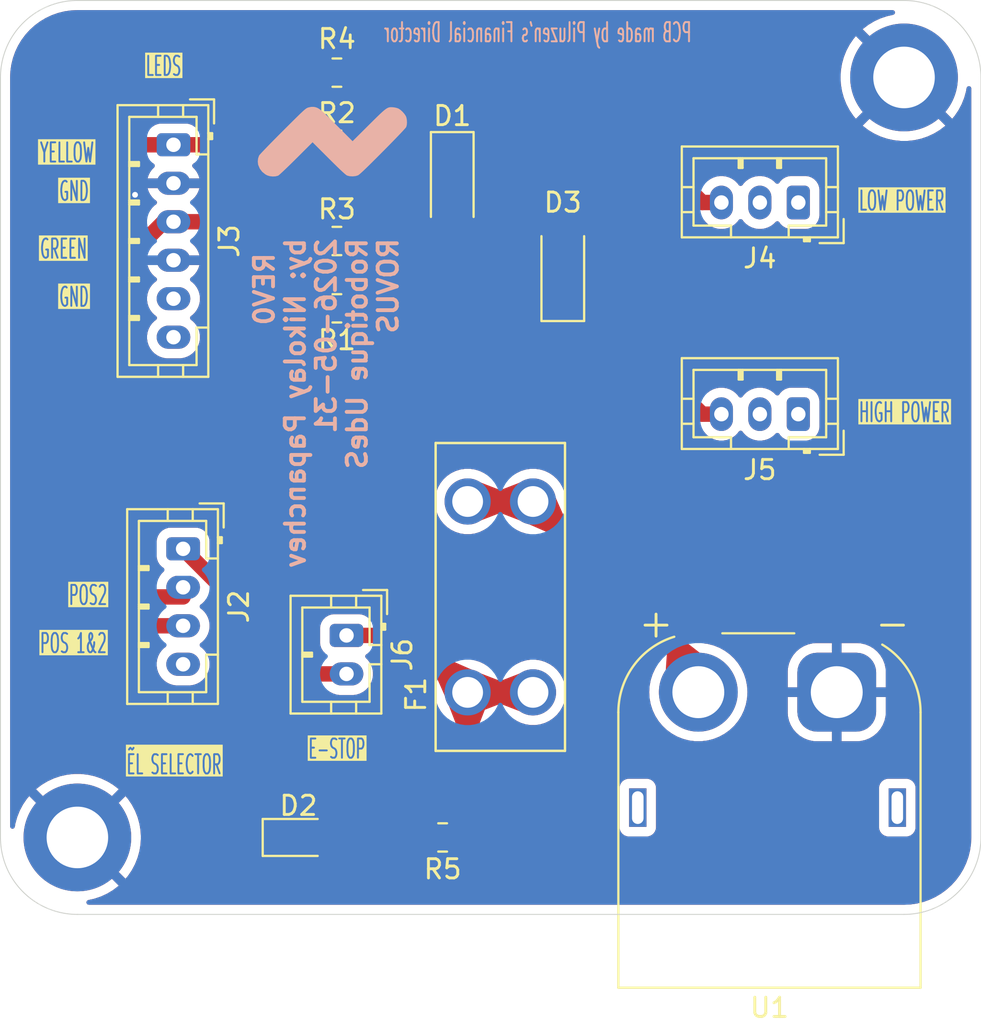
<source format=kicad_pcb>
(kicad_pcb (version 20240108) (generator "pcbnew") (generator_version "8.0")
  (layers (0 "F.Cu" signal) (1 "In1.Cu" signal) (2 "In2.Cu" signal) (31 "B.Cu" signal) (34 "B.Paste" user) (35 "F.Paste" user) (36 "B.SilkS" user "B.Silkscreen") (37 "F.SilkS" user "F.Silkscreen") (38 "B.Mask" user) (39 "F.Mask" user) (44 "Edge.Cuts" user))
  (property "AUTHOR" "Nikolay Papanchev")
  (property "GROUP_NAME" "Robotique UdeS")
  (property "REVISION" "0")
  (property "TEAM" "ROVUS")
  (net 0 "")
  (net 1 "Net-(D1-K)")
  (net 2 "GND")
  (net 3 "Net-(D2-A)")
  (net 4 "POS1 & 2")
  (net 5 "POS2")
  (net 10 "+24V")
  (net 13 "Net-(D3-K)")
  (net 15 "Net-(U1-+)")
  (net 16 "Net-(J2-Pad1)")
  (footprint "Connector_JST:JST_PH_B4B-PH-K_1x04_P2.00mm_Vertical" (layer "F.Cu") (at 116.5 110 -90)
    (property "Reference" "J2" (at 3 -2.9 -90) (layer "F.SilkS"))
    (property "Value" "JST4_Pin")
    (fp_line (start -2.06 2.91) (end 8.06 2.91) (stroke (width 0.12)) (layer "F.SilkS"))
    (fp_line (start 8.06 2.91) (end 8.06 -1.81) (stroke (width 0.12)) (layer "F.SilkS"))
    (fp_line (start -1.45 2.3) (end 7.45 2.3) (stroke (width 0.12)) (layer "F.SilkS"))
    (fp_line (start 0.9 2.3) (end 0.9 1.8) (stroke (width 0.12)) (layer "F.SilkS"))
    (fp_line (start 1 2.3) (end 1 1.8) (stroke (width 0.12)) (layer "F.SilkS"))
    (fp_line (start 2.9 2.3) (end 2.9 1.8) (stroke (width 0.12)) (layer "F.SilkS"))
    (fp_line (start 3 2.3) (end 3 1.8) (stroke (width 0.12)) (layer "F.SilkS"))
    (fp_line (start 4.9 2.3) (end 4.9 1.8) (stroke (width 0.12)) (layer "F.SilkS"))
    (fp_line (start 5 2.3) (end 5 1.8) (stroke (width 0.12)) (layer "F.SilkS"))
    (fp_line (start 7.45 2.3) (end 7.45 -1.2) (stroke (width 0.12)) (layer "F.SilkS"))
    (fp_line (start 0.9 1.8) (end 1.1 1.8) (stroke (width 0.12)) (layer "F.SilkS"))
    (fp_line (start 1.1 1.8) (end 1.1 2.3) (stroke (width 0.12)) (layer "F.SilkS"))
    (fp_line (start 2.9 1.8) (end 3.1 1.8) (stroke (width 0.12)) (layer "F.SilkS"))
    (fp_line (start 3.1 1.8) (end 3.1 2.3) (stroke (width 0.12)) (layer "F.SilkS"))
    (fp_line (start 4.9 1.8) (end 5.1 1.8) (stroke (width 0.12)) (layer "F.SilkS"))
    (fp_line (start 5.1 1.8) (end 5.1 2.3) (stroke (width 0.12)) (layer "F.SilkS"))
    (fp_line (start -2.06 0.8) (end -1.45 0.8) (stroke (width 0.12)) (layer "F.SilkS"))
    (fp_line (start 8.06 0.8) (end 7.45 0.8) (stroke (width 0.12)) (layer "F.SilkS"))
    (fp_line (start -2.06 -0.5) (end -1.45 -0.5) (stroke (width 0.12)) (layer "F.SilkS"))
    (fp_line (start 8.06 -0.5) (end 7.45 -0.5) (stroke (width 0.12)) (layer "F.SilkS"))
    (fp_line (start -1.45 -1.2) (end -1.45 2.3) (stroke (width 0.12)) (layer "F.SilkS"))
    (fp_line (start 0.5 -1.2) (end -1.45 -1.2) (stroke (width 0.12)) (layer "F.SilkS"))
    (fp_line (start 5.5 -1.2) (end 5.5 -1.81) (stroke (width 0.12)) (layer "F.SilkS"))
    (fp_line (start 7.45 -1.2) (end 5.5 -1.2) (stroke (width 0.12)) (layer "F.SilkS"))
    (fp_line (start -2.06 -1.81) (end -2.06 2.91) (stroke (width 0.12)) (layer "F.SilkS"))
    (fp_line (start -0.3 -1.81) (end -0.3 -2.01) (stroke (width 0.12)) (layer "F.SilkS"))
    (fp_line (start 0.5 -1.81) (end 0.5 -1.2) (stroke (width 0.12)) (layer "F.SilkS"))
    (fp_line (start 8.06 -1.81) (end -2.06 -1.81) (stroke (width 0.12)) (layer "F.SilkS"))
    (fp_line (start -0.3 -1.91) (end -0.6 -1.91) (stroke (width 0.12)) (layer "F.SilkS"))
    (fp_line (start -0.6 -2.01) (end -0.6 -1.81) (stroke (width 0.12)) (layer "F.SilkS"))
    (fp_line (start -0.3 -2.01) (end -0.6 -2.01) (stroke (width 0.12)) (layer "F.SilkS"))
    (fp_line (start -2.36 -2.11) (end -2.36 -0.86) (stroke (width 0.12)) (layer "F.SilkS"))
    (fp_line (start -1.11 -2.11) (end -2.36 -2.11) (stroke (width 0.12)) (layer "F.SilkS"))
    (pad "1" thru_hole roundrect (at 0 0 270) (size 1.2 1.75) (drill 0.75) (layers "*.Cu" "*.Mask") (roundrect_rratio 0.208333) (net 16 "Net-(J2-Pad1)"))
    (pad "2" thru_hole oval (at 2 0 270) (size 1.2 1.75) (drill 0.75) (layers "*.Cu" "*.Mask") (net 5 "POS2"))
    (pad "3" thru_hole oval (at 4 0 270) (size 1.2 1.75) (drill 0.75) (layers "*.Cu" "*.Mask") (net 4 "POS1 & 2"))
    (pad "4" thru_hole oval (at 6 0 270) (size 1.2 1.75) (drill 0.75) (layers "*.Cu" "*.Mask"))
  )
  (footprint "MountingHole:MountingHole_3.2mm_M3_DIN965_Pad_TopBottom" (layer "F.Cu") (at 111 125)
    (property "Reference" "H2" (hide yes))
    (property "Value" "MountingHole_Pad" (hide yes))
    (pad "1" thru_hole circle (at 0 0) (size 3.6 3.6) (drill 3.2) (layers "*.Cu" "*.Mask") (net 2 "GND"))
    (pad "1" connect circle (at 0 0) (size 5.6 5.6) (layers "F.Cu" "F.Mask") (net 2 "GND"))
    (pad "1" connect circle (at 0 0) (size 5.6 5.6) (layers "B.Cu" "B.Mask") (net 2 "GND"))
  )
  (footprint "Connector_JST:JST_PH_B2B-PH-K_1x02_P2.00mm_Vertical" (layer "F.Cu") (at 125 114.5 -90)
    (property "Reference" "J6" (at 1 -2.9 -90) (layer "F.SilkS"))
    (property "Value" "JST2_Pin")
    (fp_line (start -2.06 2.91) (end 4.06 2.91) (stroke (width 0.12)) (layer "F.SilkS"))
    (fp_line (start 4.06 2.91) (end 4.06 -1.81) (stroke (width 0.12)) (layer "F.SilkS"))
    (fp_line (start -1.45 2.3) (end 3.45 2.3) (stroke (width 0.12)) (layer "F.SilkS"))
    (fp_line (start 0.9 2.3) (end 0.9 1.8) (stroke (width 0.12)) (layer "F.SilkS"))
    (fp_line (start 1 2.3) (end 1 1.8) (stroke (width 0.12)) (layer "F.SilkS"))
    (fp_line (start 3.45 2.3) (end 3.45 -1.2) (stroke (width 0.12)) (layer "F.SilkS"))
    (fp_line (start 0.9 1.8) (end 1.1 1.8) (stroke (width 0.12)) (layer "F.SilkS"))
    (fp_line (start 1.1 1.8) (end 1.1 2.3) (stroke (width 0.12)) (layer "F.SilkS"))
    (fp_line (start -2.06 0.8) (end -1.45 0.8) (stroke (width 0.12)) (layer "F.SilkS"))
    (fp_line (start 4.06 0.8) (end 3.45 0.8) (stroke (width 0.12)) (layer "F.SilkS"))
    (fp_line (start -2.06 -0.5) (end -1.45 -0.5) (stroke (width 0.12)) (layer "F.SilkS"))
    (fp_line (start 4.06 -0.5) (end 3.45 -0.5) (stroke (width 0.12)) (layer "F.SilkS"))
    (fp_line (start -1.45 -1.2) (end -1.45 2.3) (stroke (width 0.12)) (layer "F.SilkS"))
    (fp_line (start 0.5 -1.2) (end -1.45 -1.2) (stroke (width 0.12)) (layer "F.SilkS"))
    (fp_line (start 1.5 -1.2) (end 1.5 -1.81) (stroke (width 0.12)) (layer "F.SilkS"))
    (fp_line (start 3.45 -1.2) (end 1.5 -1.2) (stroke (width 0.12)) (layer "F.SilkS"))
    (fp_line (start -2.06 -1.81) (end -2.06 2.91) (stroke (width 0.12)) (layer "F.SilkS"))
    (fp_line (start -0.3 -1.81) (end -0.3 -2.01) (stroke (width 0.12)) (layer "F.SilkS"))
    (fp_line (start 0.5 -1.81) (end 0.5 -1.2) (stroke (width 0.12)) (layer "F.SilkS"))
    (fp_line (start 4.06 -1.81) (end -2.06 -1.81) (stroke (width 0.12)) (layer "F.SilkS"))
    (fp_line (start -0.3 -1.91) (end -0.6 -1.91) (stroke (width 0.12)) (layer "F.SilkS"))
    (fp_line (start -0.6 -2.01) (end -0.6 -1.81) (stroke (width 0.12)) (layer "F.SilkS"))
    (fp_line (start -0.3 -2.01) (end -0.6 -2.01) (stroke (width 0.12)) (layer "F.SilkS"))
    (fp_line (start -2.36 -2.11) (end -2.36 -0.86) (stroke (width 0.12)) (layer "F.SilkS"))
    (fp_line (start -1.11 -2.11) (end -2.36 -2.11) (stroke (width 0.12)) (layer "F.SilkS"))
    (pad "1" thru_hole roundrect (at 0 0 270) (size 1.2 1.75) (drill 0.75) (layers "*.Cu" "*.Mask") (roundrect_rratio 0.208333) (net 10 "+24V"))
    (pad "2" thru_hole oval (at 2 0 270) (size 1.2 1.75) (drill 0.75) (layers "*.Cu" "*.Mask") (net 16 "Net-(J2-Pad1)"))
  )
  (footprint "Diode_SMD:D_MiniMELF" (layer "F.Cu") (at 136.25 95.5 90)
    (property "Reference" "D3" (at 3.5 0 0) (layer "F.SilkS"))
    (property "Value" "BZV55B5V6")
    (fp_line (start 1.75 -1.11) (end -2.66 -1.11) (stroke (width 0.12)) (layer "F.SilkS"))
    (fp_line (start -2.66 -1.11) (end -2.66 1.11) (stroke (width 0.12)) (layer "F.SilkS"))
    (fp_line (start -2.66 1.11) (end 1.75 1.11) (stroke (width 0.12)) (layer "F.SilkS"))
    (pad "1" smd roundrect (at -1.75 0 90) (size 1.3 1.7) (layers "F.Cu" "F.Paste" "F.Mask") (roundrect_rratio 0.1923076923) (net 13 "Net-(D3-K)"))
    (pad "2" smd roundrect (at 1.75 0 90) (size 1.3 1.7) (layers "F.Cu" "F.Paste" "F.Mask") (roundrect_rratio 0.1923076923) (net 2 "GND"))
  )
  (footprint "LED_SMD:LED_0805_2012Metric_Pad1.15x1.40mm_HandSolder" (layer "F.Cu") (at 122.5 125)
    (property "Reference" "D2" (at 0 -1.65 0) (layer "F.SilkS"))
    (property "Value" "R")
    (fp_line (start -1.86 -0.96) (end -1.86 0.96) (stroke (width 0.12)) (layer "F.SilkS"))
    (fp_line (start -1.86 0.96) (end 1 0.96) (stroke (width 0.12)) (layer "F.SilkS"))
    (fp_line (start 1 -0.96) (end -1.86 -0.96) (stroke (width 0.12)) (layer "F.SilkS"))
    (pad "1" smd roundrect (at -1.025 0) (size 1.15 1.4) (layers "F.Cu" "F.Paste" "F.Mask") (roundrect_rratio 0.217391) (net 2 "GND"))
    (pad "2" smd roundrect (at 1.025 0) (size 1.15 1.4) (layers "F.Cu" "F.Paste" "F.Mask") (roundrect_rratio 0.217391) (net 3 "Net-(D2-A)"))
  )
  (footprint "RoverFootprint:FUSE_3568-20" (layer "F.Cu") (at 133 112.5 90)
    (property "Reference" "F1" (at -5.075 -4.385 90) (layer "F.SilkS"))
    (property "Value" "2A")
    (fp_line (start 8 -3.365) (end 8 3.365) (stroke (width 0.127)) (layer "F.SilkS"))
    (fp_line (start -8 -3.365) (end 8 -3.365) (stroke (width 0.127)) (layer "F.SilkS"))
    (fp_line (start 8 3.365) (end -8 3.365) (stroke (width 0.127)) (layer "F.SilkS"))
    (fp_line (start -8 3.365) (end -8 -3.365) (stroke (width 0.127)) (layer "F.SilkS"))
    (pad "1" thru_hole circle (at -4.96 -1.7 90) (size 2.4 2.4) (drill 1.6) (layers "*.Cu" "*.Mask") (net 10 "+24V"))
    (pad "1" thru_hole circle (at -4.96 1.7 90) (size 2.4 2.4) (drill 1.6) (layers "*.Cu" "*.Mask") (net 10 "+24V"))
    (pad "2" thru_hole circle (at 4.96 -1.7 90) (size 2.4 2.4) (drill 1.6) (layers "*.Cu" "*.Mask") (net 15 "Net-(U1-+)"))
    (pad "2" thru_hole circle (at 4.96 1.7 90) (size 2.4 2.4) (drill 1.6) (layers "*.Cu" "*.Mask") (net 15 "Net-(U1-+)"))
  )
  (footprint "Connector_JST:JST_PH_B3B-PH-K_1x03_P2.00mm_Vertical" (layer "F.Cu") (at 148.5 92 180)
    (property "Reference" "J4" (at 2 -2.9 180) (layer "F.SilkS"))
    (property "Value" "JST3_Pin")
    (fp_line (start 6.06 2.91) (end 6.06 -1.81) (stroke (width 0.12)) (layer "F.SilkS"))
    (fp_line (start 6.06 0.8) (end 5.45 0.8) (stroke (width 0.12)) (layer "F.SilkS"))
    (fp_line (start 6.06 -0.5) (end 5.45 -0.5) (stroke (width 0.12)) (layer "F.SilkS"))
    (fp_line (start 6.06 -1.81) (end -2.06 -1.81) (stroke (width 0.12)) (layer "F.SilkS"))
    (fp_line (start 5.45 2.3) (end 5.45 -1.2) (stroke (width 0.12)) (layer "F.SilkS"))
    (fp_line (start 5.45 -1.2) (end 3.5 -1.2) (stroke (width 0.12)) (layer "F.SilkS"))
    (fp_line (start 3.5 -1.2) (end 3.5 -1.81) (stroke (width 0.12)) (layer "F.SilkS"))
    (fp_line (start 3.1 1.8) (end 3.1 2.3) (stroke (width 0.12)) (layer "F.SilkS"))
    (fp_line (start 3 2.3) (end 3 1.8) (stroke (width 0.12)) (layer "F.SilkS"))
    (fp_line (start 2.9 2.3) (end 2.9 1.8) (stroke (width 0.12)) (layer "F.SilkS"))
    (fp_line (start 2.9 1.8) (end 3.1 1.8) (stroke (width 0.12)) (layer "F.SilkS"))
    (fp_line (start 1.1 1.8) (end 1.1 2.3) (stroke (width 0.12)) (layer "F.SilkS"))
    (fp_line (start 1 2.3) (end 1 1.8) (stroke (width 0.12)) (layer "F.SilkS"))
    (fp_line (start 0.9 2.3) (end 0.9 1.8) (stroke (width 0.12)) (layer "F.SilkS"))
    (fp_line (start 0.9 1.8) (end 1.1 1.8) (stroke (width 0.12)) (layer "F.SilkS"))
    (fp_line (start 0.5 -1.2) (end -1.45 -1.2) (stroke (width 0.12)) (layer "F.SilkS"))
    (fp_line (start 0.5 -1.81) (end 0.5 -1.2) (stroke (width 0.12)) (layer "F.SilkS"))
    (fp_line (start -0.3 -1.81) (end -0.3 -2.01) (stroke (width 0.12)) (layer "F.SilkS"))
    (fp_line (start -0.3 -1.91) (end -0.6 -1.91) (stroke (width 0.12)) (layer "F.SilkS"))
    (fp_line (start -0.3 -2.01) (end -0.6 -2.01) (stroke (width 0.12)) (layer "F.SilkS"))
    (fp_line (start -0.6 -2.01) (end -0.6 -1.81) (stroke (width 0.12)) (layer "F.SilkS"))
    (fp_line (start -1.11 -2.11) (end -2.36 -2.11) (stroke (width 0.12)) (layer "F.SilkS"))
    (fp_line (start -1.45 2.3) (end 5.45 2.3) (stroke (width 0.12)) (layer "F.SilkS"))
    (fp_line (start -1.45 -1.2) (end -1.45 2.3) (stroke (width 0.12)) (layer "F.SilkS"))
    (fp_line (start -2.06 2.91) (end 6.06 2.91) (stroke (width 0.12)) (layer "F.SilkS"))
    (fp_line (start -2.06 0.8) (end -1.45 0.8) (stroke (width 0.12)) (layer "F.SilkS"))
    (fp_line (start -2.06 -0.5) (end -1.45 -0.5) (stroke (width 0.12)) (layer "F.SilkS"))
    (fp_line (start -2.06 -1.81) (end -2.06 2.91) (stroke (width 0.12)) (layer "F.SilkS"))
    (fp_line (start -2.36 -2.11) (end -2.36 -0.86) (stroke (width 0.12)) (layer "F.SilkS"))
    (pad "1" thru_hole roundrect (at 0 0 180) (size 1.2 1.75) (drill 0.75) (layers "*.Cu" "*.Mask") (roundrect_rratio 0.208333))
    (pad "2" thru_hole oval (at 2 0 180) (size 1.2 1.75) (drill 0.75) (layers "*.Cu" "*.Mask"))
    (pad "3" thru_hole oval (at 4 0 180) (size 1.2 1.75) (drill 0.75) (layers "*.Cu" "*.Mask") (net 1 "Net-(D1-K)"))
  )
  (footprint "Diode_SMD:D_MiniMELF" (layer "F.Cu") (at 130.5 91 -90)
    (property "Reference" "D1" (at -3.5 0 180) (layer "F.SilkS"))
    (property "Value" "BZV55B5V6")
    (fp_line (start -2.66 1.11) (end 1.75 1.11) (stroke (width 0.12)) (layer "F.SilkS"))
    (fp_line (start -2.66 -1.11) (end -2.66 1.11) (stroke (width 0.12)) (layer "F.SilkS"))
    (fp_line (start 1.75 -1.11) (end -2.66 -1.11) (stroke (width 0.12)) (layer "F.SilkS"))
    (pad "1" smd roundrect (at -1.75 0 270) (size 1.3 1.7) (layers "F.Cu" "F.Paste" "F.Mask") (roundrect_rratio 0.1923076923) (net 1 "Net-(D1-K)"))
    (pad "2" smd roundrect (at 1.75 0 270) (size 1.3 1.7) (layers "F.Cu" "F.Paste" "F.Mask") (roundrect_rratio 0.1923076923) (net 2 "GND"))
  )
  (footprint "Resistor_SMD:R_0805_2012Metric" (layer "F.Cu") (at 124.5 85.25 180)
    (property "Reference" "R4" (at 0 1.75 180) (layer "F.SilkS"))
    (property "Value" "20k")
    (fp_line (start -0.227064 0.735) (end 0.227064 0.735) (stroke (width 0.12)) (layer "F.SilkS"))
    (fp_line (start -0.227064 -0.735) (end 0.227064 -0.735) (stroke (width 0.12)) (layer "F.SilkS"))
    (pad "1" smd roundrect (at -0.9125 0 180) (size 1.025 1.4) (layers "F.Cu" "F.Paste" "F.Mask") (roundrect_rratio 0.243902) (net 1 "Net-(D1-K)"))
    (pad "2" smd roundrect (at 0.9125 0 180) (size 1.025 1.4) (layers "F.Cu" "F.Paste" "F.Mask") (roundrect_rratio 0.243902) (net 2 "GND"))
  )
  (footprint "Resistor_SMD:R_0805_2012Metric" (layer "F.Cu") (at 124.5 94)
    (property "Reference" "R3" (at 0 -1.65 0) (layer "F.SilkS"))
    (property "Value" "100k")
    (fp_line (start -0.227064 -0.735) (end 0.227064 -0.735) (stroke (width 0.12)) (layer "F.SilkS"))
    (fp_line (start -0.227064 0.735) (end 0.227064 0.735) (stroke (width 0.12)) (layer "F.SilkS"))
    (pad "1" smd roundrect (at -0.9125 0) (size 1.025 1.4) (layers "F.Cu" "F.Paste" "F.Mask") (roundrect_rratio 0.243902) (net 5 "POS2"))
    (pad "2" smd roundrect (at 0.9125 0) (size 1.025 1.4) (layers "F.Cu" "F.Paste" "F.Mask") (roundrect_rratio 0.243902) (net 13 "Net-(D3-K)"))
  )
  (footprint "MountingHole:MountingHole_3.2mm_M3_DIN965_Pad_TopBottom" (layer "F.Cu") (at 154 85.5)
    (property "Reference" "H3" (hide yes))
    (property "Value" "MountingHole_Pad" (hide yes))
    (pad "1" thru_hole circle (at 0 0) (size 3.6 3.6) (drill 3.2) (layers "*.Cu" "*.Mask") (net 2 "GND"))
    (pad "1" connect circle (at 0 0) (size 5.6 5.6) (layers "F.Cu" "F.Mask") (net 2 "GND"))
    (pad "1" connect circle (at 0 0) (size 5.6 5.6) (layers "B.Cu" "B.Mask") (net 2 "GND"))
  )
  (footprint "Connector_JST:JST_PH_B6B-PH-K_1x06_P2.00mm_Vertical" (layer "F.Cu") (at 116 89 -90)
    (property "Reference" "J3" (at 5 -2.9 -90) (layer "F.SilkS"))
    (property "Value" "JST6_Pin")
    (fp_line (start -2.06 2.91) (end 12.06 2.91) (stroke (width 0.12)) (layer "F.SilkS"))
    (fp_line (start 12.06 2.91) (end 12.06 -1.81) (stroke (width 0.12)) (layer "F.SilkS"))
    (fp_line (start -1.45 2.3) (end 11.45 2.3) (stroke (width 0.12)) (layer "F.SilkS"))
    (fp_line (start 0.9 2.3) (end 0.9 1.8) (stroke (width 0.12)) (layer "F.SilkS"))
    (fp_line (start 1 2.3) (end 1 1.8) (stroke (width 0.12)) (layer "F.SilkS"))
    (fp_line (start 2.9 2.3) (end 2.9 1.8) (stroke (width 0.12)) (layer "F.SilkS"))
    (fp_line (start 3 2.3) (end 3 1.8) (stroke (width 0.12)) (layer "F.SilkS"))
    (fp_line (start 4.9 2.3) (end 4.9 1.8) (stroke (width 0.12)) (layer "F.SilkS"))
    (fp_line (start 5 2.3) (end 5 1.8) (stroke (width 0.12)) (layer "F.SilkS"))
    (fp_line (start 6.9 2.3) (end 6.9 1.8) (stroke (width 0.12)) (layer "F.SilkS"))
    (fp_line (start 7 2.3) (end 7 1.8) (stroke (width 0.12)) (layer "F.SilkS"))
    (fp_line (start 8.9 2.3) (end 8.9 1.8) (stroke (width 0.12)) (layer "F.SilkS"))
    (fp_line (start 9 2.3) (end 9 1.8) (stroke (width 0.12)) (layer "F.SilkS"))
    (fp_line (start 11.45 2.3) (end 11.45 -1.2) (stroke (width 0.12)) (layer "F.SilkS"))
    (fp_line (start 0.9 1.8) (end 1.1 1.8) (stroke (width 0.12)) (layer "F.SilkS"))
    (fp_line (start 1.1 1.8) (end 1.1 2.3) (stroke (width 0.12)) (layer "F.SilkS"))
    (fp_line (start 2.9 1.8) (end 3.1 1.8) (stroke (width 0.12)) (layer "F.SilkS"))
    (fp_line (start 3.1 1.8) (end 3.1 2.3) (stroke (width 0.12)) (layer "F.SilkS"))
    (fp_line (start 4.9 1.8) (end 5.1 1.8) (stroke (width 0.12)) (layer "F.SilkS"))
    (fp_line (start 5.1 1.8) (end 5.1 2.3) (stroke (width 0.12)) (layer "F.SilkS"))
    (fp_line (start 6.9 1.8) (end 7.1 1.8) (stroke (width 0.12)) (layer "F.SilkS"))
    (fp_line (start 7.1 1.8) (end 7.1 2.3) (stroke (width 0.12)) (layer "F.SilkS"))
    (fp_line (start 8.9 1.8) (end 9.1 1.8) (stroke (width 0.12)) (layer "F.SilkS"))
    (fp_line (start 9.1 1.8) (end 9.1 2.3) (stroke (width 0.12)) (layer "F.SilkS"))
    (fp_line (start -2.06 0.8) (end -1.45 0.8) (stroke (width 0.12)) (layer "F.SilkS"))
    (fp_line (start 12.06 0.8) (end 11.45 0.8) (stroke (width 0.12)) (layer "F.SilkS"))
    (fp_line (start -2.06 -0.5) (end -1.45 -0.5) (stroke (width 0.12)) (layer "F.SilkS"))
    (fp_line (start 12.06 -0.5) (end 11.45 -0.5) (stroke (width 0.12)) (layer "F.SilkS"))
    (fp_line (start -1.45 -1.2) (end -1.45 2.3) (stroke (width 0.12)) (layer "F.SilkS"))
    (fp_line (start 0.5 -1.2) (end -1.45 -1.2) (stroke (width 0.12)) (layer "F.SilkS"))
    (fp_line (start 9.5 -1.2) (end 9.5 -1.81) (stroke (width 0.12)) (layer "F.SilkS"))
    (fp_line (start 11.45 -1.2) (end 9.5 -1.2) (stroke (width 0.12)) (layer "F.SilkS"))
    (fp_line (start -2.06 -1.81) (end -2.06 2.91) (stroke (width 0.12)) (layer "F.SilkS"))
    (fp_line (start -0.3 -1.81) (end -0.3 -2.01) (stroke (width 0.12)) (layer "F.SilkS"))
    (fp_line (start 0.5 -1.81) (end 0.5 -1.2) (stroke (width 0.12)) (layer "F.SilkS"))
    (fp_line (start 12.06 -1.81) (end -2.06 -1.81) (stroke (width 0.12)) (layer "F.SilkS"))
    (fp_line (start -0.3 -1.91) (end -0.6 -1.91) (stroke (width 0.12)) (layer "F.SilkS"))
    (fp_line (start -0.6 -2.01) (end -0.6 -1.81) (stroke (width 0.12)) (layer "F.SilkS"))
    (fp_line (start -0.3 -2.01) (end -0.6 -2.01) (stroke (width 0.12)) (layer "F.SilkS"))
    (fp_line (start -2.36 -2.11) (end -2.36 -0.86) (stroke (width 0.12)) (layer "F.SilkS"))
    (fp_line (start -1.11 -2.11) (end -2.36 -2.11) (stroke (width 0.12)) (layer "F.SilkS"))
    (pad "1" thru_hole roundrect (at 0 0 270) (size 1.2 1.75) (drill 0.75) (layers "*.Cu" "*.Mask") (roundrect_rratio 0.208333) (net 4 "POS1 & 2"))
    (pad "2" thru_hole oval (at 2 0 270) (size 1.2 1.75) (drill 0.75) (layers "*.Cu" "*.Mask") (net 2 "GND"))
    (pad "3" thru_hole oval (at 4 0 270) (size 1.2 1.75) (drill 0.75) (layers "*.Cu" "*.Mask") (net 5 "POS2"))
    (pad "4" thru_hole oval (at 6 0 270) (size 1.2 1.75) (drill 0.75) (layers "*.Cu" "*.Mask") (net 2 "GND"))
    (pad "5" thru_hole oval (at 8 0 270) (size 1.2 1.75) (drill 0.75) (layers "*.Cu" "*.Mask"))
    (pad "6" thru_hole oval (at 10 0 270) (size 1.2 1.75) (drill 0.75) (layers "*.Cu" "*.Mask"))
  )
  (footprint "Resistor_SMD:R_0805_2012Metric" (layer "F.Cu") (at 124.5 89)
    (property "Reference" "R2" (at 0 -1.65 0) (layer "F.SilkS"))
    (property "Value" "100k")
    (fp_line (start -0.227064 -0.735) (end 0.227064 -0.735) (stroke (width 0.12)) (layer "F.SilkS"))
    (fp_line (start -0.227064 0.735) (end 0.227064 0.735) (stroke (width 0.12)) (layer "F.SilkS"))
    (pad "1" smd roundrect (at -0.9125 0) (size 1.025 1.4) (layers "F.Cu" "F.Paste" "F.Mask") (roundrect_rratio 0.243902) (net 4 "POS1 & 2"))
    (pad "2" smd roundrect (at 0.9125 0) (size 1.025 1.4) (layers "F.Cu" "F.Paste" "F.Mask") (roundrect_rratio 0.243902) (net 1 "Net-(D1-K)"))
  )
  (footprint "Resistor_SMD:R_0805_2012Metric" (layer "F.Cu") (at 124.5 97.5 180)
    (property "Reference" "R1" (at 0 -1.65 180) (layer "F.SilkS"))
    (property "Value" "20k")
    (fp_line (start -0.227064 0.735) (end 0.227064 0.735) (stroke (width 0.12)) (layer "F.SilkS"))
    (fp_line (start -0.227064 -0.735) (end 0.227064 -0.735) (stroke (width 0.12)) (layer "F.SilkS"))
    (pad "1" smd roundrect (at -0.9125 0 180) (size 1.025 1.4) (layers "F.Cu" "F.Paste" "F.Mask") (roundrect_rratio 0.243902) (net 13 "Net-(D3-K)"))
    (pad "2" smd roundrect (at 0.9125 0 180) (size 1.025 1.4) (layers "F.Cu" "F.Paste" "F.Mask") (roundrect_rratio 0.243902) (net 2 "GND"))
  )
  (footprint "RoverFootprint:AMASS_XT60PW-M_1x02_P7.20mm_Horizontal" (layer "F.Cu") (at 150.5 117.45 180)
    (property "Reference" "U1" (at 3.5 -16.4 0) (layer "F.SilkS"))
    (property "Value" "XT60PW-M")
    (fp_line (start 11.36 -15.36) (end 11.36 -1.05) (stroke (width 0.12)) (layer "F.SilkS"))
    (fp_line (start 2.21 3.06) (end 5.95 3.06) (stroke (width 0.12)) (layer "F.SilkS"))
    (fp_line (start -4.36 -15.36) (end 11.36 -15.36) (stroke (width 0.12)) (layer "F.SilkS"))
    (fp_line (start -4.36 -15.36) (end -4.36 -1.05) (stroke (width 0.12)) (layer "F.SilkS"))
    (fp_arc (start 11.36 -1.05) (mid 10.553852 1.394722) (end 8.451648 2.880413) (stroke (width 0.12)) (layer "F.SilkS"))
    (fp_arc (start -2.366806 2.472958) (mid -3.827162 0.973861) (end -4.36 -1.05) (stroke (width 0.12)) (layer "F.SilkS"))
    (fp_text user "+" (at 9.4 3.6 0) (layer "F.SilkS") (effects (font (size 1.5 1.5))))
    (fp_text user "-" (at -2.9 3.6 0) (layer "F.SilkS") (effects (font (size 1.5 1.5))))
    (pad "" thru_hole rect (at -3.15 -6 180) (size 0.9 2) (drill oval 0.6 1.7) (layers "*.Cu" "*.Mask"))
    (pad "" thru_hole rect (at 10.35 -6 180) (size 0.9 2) (drill oval 0.6 1.7) (layers "*.Cu" "*.Mask"))
    (pad "1" thru_hole roundrect (at 0 0 180) (size 4.1 4.1) (drill 2.7) (layers "*.Cu" "*.Mask") (net 2 "GND"))
    (pad "2" thru_hole circle (at 7.2 0 180) (size 4.1 4.1) (drill 2.7) (layers "*.Cu" "*.Mask") (net 15 "Net-(U1-+)"))
  )
  (footprint "Resistor_SMD:R_0805_2012Metric_Pad1.20x1.40mm_HandSolder" (layer "F.Cu") (at 130 125 180)
    (property "Reference" "R5" (at 0 -1.65 0) (layer "F.SilkS"))
    (property "Value" "1K")
    (fp_line (start -0.227064 0.735) (end 0.227064 0.735) (stroke (width 0.12)) (layer "F.SilkS"))
    (fp_line (start -0.227064 -0.735) (end 0.227064 -0.735) (stroke (width 0.12)) (layer "F.SilkS"))
    (pad "1" smd roundrect (at -1 0 180) (size 1.2 1.4) (layers "F.Cu" "F.Paste" "F.Mask") (roundrect_rratio 0.208333) (net 10 "+24V"))
    (pad "2" smd roundrect (at 1 0 180) (size 1.2 1.4) (layers "F.Cu" "F.Paste" "F.Mask") (roundrect_rratio 0.208333) (net 3 "Net-(D2-A)"))
  )
  (footprint "Connector_JST:JST_PH_B3B-PH-K_1x03_P2.00mm_Vertical" (layer "F.Cu") (at 148.5 103 180)
    (property "Reference" "J5" (at 2 -2.9 180) (layer "F.SilkS"))
    (property "Value" "JST3_Pin")
    (fp_line (start 6.06 2.91) (end 6.06 -1.81) (stroke (width 0.12)) (layer "F.SilkS"))
    (fp_line (start 6.06 0.8) (end 5.45 0.8) (stroke (width 0.12)) (layer "F.SilkS"))
    (fp_line (start 6.06 -0.5) (end 5.45 -0.5) (stroke (width 0.12)) (layer "F.SilkS"))
    (fp_line (start 6.06 -1.81) (end -2.06 -1.81) (stroke (width 0.12)) (layer "F.SilkS"))
    (fp_line (start 5.45 2.3) (end 5.45 -1.2) (stroke (width 0.12)) (layer "F.SilkS"))
    (fp_line (start 5.45 -1.2) (end 3.5 -1.2) (stroke (width 0.12)) (layer "F.SilkS"))
    (fp_line (start 3.5 -1.2) (end 3.5 -1.81) (stroke (width 0.12)) (layer "F.SilkS"))
    (fp_line (start 3.1 1.8) (end 3.1 2.3) (stroke (width 0.12)) (layer "F.SilkS"))
    (fp_line (start 3 2.3) (end 3 1.8) (stroke (width 0.12)) (layer "F.SilkS"))
    (fp_line (start 2.9 2.3) (end 2.9 1.8) (stroke (width 0.12)) (layer "F.SilkS"))
    (fp_line (start 2.9 1.8) (end 3.1 1.8) (stroke (width 0.12)) (layer "F.SilkS"))
    (fp_line (start 1.1 1.8) (end 1.1 2.3) (stroke (width 0.12)) (layer "F.SilkS"))
    (fp_line (start 1 2.3) (end 1 1.8) (stroke (width 0.12)) (layer "F.SilkS"))
    (fp_line (start 0.9 2.3) (end 0.9 1.8) (stroke (width 0.12)) (layer "F.SilkS"))
    (fp_line (start 0.9 1.8) (end 1.1 1.8) (stroke (width 0.12)) (layer "F.SilkS"))
    (fp_line (start 0.5 -1.2) (end -1.45 -1.2) (stroke (width 0.12)) (layer "F.SilkS"))
    (fp_line (start 0.5 -1.81) (end 0.5 -1.2) (stroke (width 0.12)) (layer "F.SilkS"))
    (fp_line (start -0.3 -1.81) (end -0.3 -2.01) (stroke (width 0.12)) (layer "F.SilkS"))
    (fp_line (start -0.3 -1.91) (end -0.6 -1.91) (stroke (width 0.12)) (layer "F.SilkS"))
    (fp_line (start -0.3 -2.01) (end -0.6 -2.01) (stroke (width 0.12)) (layer "F.SilkS"))
    (fp_line (start -0.6 -2.01) (end -0.6 -1.81) (stroke (width 0.12)) (layer "F.SilkS"))
    (fp_line (start -1.11 -2.11) (end -2.36 -2.11) (stroke (width 0.12)) (layer "F.SilkS"))
    (fp_line (start -1.45 2.3) (end 5.45 2.3) (stroke (width 0.12)) (layer "F.SilkS"))
    (fp_line (start -1.45 -1.2) (end -1.45 2.3) (stroke (width 0.12)) (layer "F.SilkS"))
    (fp_line (start -2.06 2.91) (end 6.06 2.91) (stroke (width 0.12)) (layer "F.SilkS"))
    (fp_line (start -2.06 0.8) (end -1.45 0.8) (stroke (width 0.12)) (layer "F.SilkS"))
    (fp_line (start -2.06 -0.5) (end -1.45 -0.5) (stroke (width 0.12)) (layer "F.SilkS"))
    (fp_line (start -2.06 -1.81) (end -2.06 2.91) (stroke (width 0.12)) (layer "F.SilkS"))
    (fp_line (start -2.36 -2.11) (end -2.36 -0.86) (stroke (width 0.12)) (layer "F.SilkS"))
    (pad "1" thru_hole roundrect (at 0 0 180) (size 1.2 1.75) (drill 0.75) (layers "*.Cu" "*.Mask") (roundrect_rratio 0.208333))
    (pad "2" thru_hole oval (at 2 0 180) (size 1.2 1.75) (drill 0.75) (layers "*.Cu" "*.Mask"))
    (pad "3" thru_hole oval (at 4 0 180) (size 1.2 1.75) (drill 0.75) (layers "*.Cu" "*.Mask") (net 13 "Net-(D3-K)"))
  )
  (footprint "LOGO" (layer "B.Cu") (at 124.5 89 90)
    (property "Reference" "G***" (hide yes))
    (property "Value" "LOGO" (hide yes))
    (fp_poly (pts (xy 1.298057 3.637995) (xy 1.425261 3.612722) (xy 1.492187 3.586602) (xy 1.602181 3.514285) (xy 1.71546 3.415129) (xy 1.814516 3.306214) (xy 1.880018 3.208249) (xy 1.912906 3.119794) (xy 1.938892 3.007096) (xy 1.948988 2.930127) (xy 1.954073 2.857676) (xy 1.954784 2.793493) (xy 1.94808 2.733393) (xy 1.930923 2.673185) (xy 1.900274 2.608682) (xy 1.853095 2.535694) (xy 1.786345 2.450034) (xy 1.696987 2.347513) (xy 1.581981 2.223943) (xy 1.438288 2.075135) (xy 1.262869 1.8969) (xy 1.052686 1.685051) (xy 1.026485 1.658683) (xy 0.186824 0.813679) (xy 1.015998 -0.016637) (xy 1.227304 -0.228669) (xy 1.403509 -0.406961) (xy 1.547994 -0.55572) (xy 1.664142 -0.679146) (xy 1.755334 -0.781444) (xy 1.824953 -0.866816) (xy 1.876381 -0.939465) (xy 1.913001 -1.003595) (xy 1.938194 -1.06341) (xy 1.955342 -1.123111) (xy 1.967829 -1.186903) (xy 1.970417 -1.202722) (xy 1.970599 -1.336463) (xy 1.942391 -1.471787) (xy 1.932311 -1.505012) (xy 1.920252 -1.536834) (xy 1.903302 -1.570447) (xy 1.878548 -1.609041) (xy 1.843078 -1.655808) (xy 1.793978 -1.71394) (xy 1.728335 -1.786629) (xy 1.643238 -1.877067) (xy 1.535773 -1.988444) (xy 1.403028 -2.123954) (xy 1.242089 -2.286787) (xy 1.050045 -2.480136) (xy 0.823981 -2.707192) (xy 0.71677 -2.814799) (xy 0.505538 -3.026044) (xy 0.303298 -3.226849) (xy 0.113639 -3.413745) (xy -0.059851 -3.583264) (xy -0.213584 -3.731935) (xy -0.34397 -3.856291) (xy -0.44742 -3.952862) (xy -0.520345 -4.018178) (xy -0.559158 -4.048771) (xy -0.560599 -4.049572) (xy -0.704681 -4.099396) (xy -0.868574 -4.116742) (xy -1.027243 -4.099289) (xy -1.045482 -4.094539) (xy -1.239538 -4.012966) (xy -1.405684 -3.887373) (xy -1.537541 -3.723306) (xy -1.593439 -3.618005) (xy -1.632804 -3.488052) (xy -1.648845 -3.339463) (xy -1.641305 -3.193121) (xy -1.609928 -3.069913) (xy -1.600415 -3.049185) (xy -1.571533 -3.010487) (xy -1.508445 -2.938163) (xy -1.415335 -2.836628) (xy -1.296385 -2.710296) (xy -1.155777 -2.563581) (xy -0.997693 -2.400896) (xy -0.826317 -2.226657) (xy -0.710879 -2.110403) (xy 0.130544 -1.266195) (xy -0.712228 -0.421573) (xy -0.94251 -0.189687) (xy -1.135291 0.006897) (xy -1.292307 0.17004) (xy -1.415291 0.301604) (xy -1.505981 0.403449) (xy -1.566109 0.477438) (xy -1.597412 0.525431) (xy -1.599806 0.530686) (xy -1.634135 0.664107) (xy -1.642624 0.820591) (xy -1.625669 0.975958) (xy -1.590592 1.091264) (xy -1.568676 1.127699) (xy -1.526315 1.182365) (xy -1.461323 1.257555) (xy -1.37151 1.355561) (xy -1.25469 1.478677) (xy -1.108674 1.629195) (xy -0.931276 1.809408) (xy -0.720306 2.02161) (xy -0.473579 2.268093) (xy -0.357885 2.383265) (xy -0.122601 2.616442) (xy 0.096161 2.831587) (xy 0.29558 3.026009) (xy 0.472839 3.197017) (xy 0.625117 3.341918) (xy 0.749595 3.458022) (xy 0.843454 3.542638) (xy 0.903872 3.593073) (xy 0.922858 3.605788) (xy 1.02574 3.635239) (xy 1.157845 3.645738)) (fill solid) (layer "B.SilkS"))
  )
  (gr_arc (start 107 85.5) (mid 108.171573 82.671573) (end 111 81.5) (stroke (width 0.05)) (layer "Edge.Cuts"))
  (gr_arc (start 158 125) (mid 156.828427 127.828427) (end 154 129) (stroke (width 0.05)) (layer "Edge.Cuts"))
  (gr_line (start 111 129) (end 154 129) (stroke (width 0.05)) (layer "Edge.Cuts"))
  (gr_line (start 158 125) (end 158 85.5) (stroke (width 0.05)) (layer "Edge.Cuts"))
  (gr_line (start 111 81.5) (end 154 81.5) (stroke (width 0.05)) (layer "Edge.Cuts"))
  (gr_arc (start 154 81.5) (mid 156.828427 82.671573) (end 158 85.5) (stroke (width 0.05)) (layer "Edge.Cuts"))
  (gr_line (start 107 85.5) (end 107 125) (stroke (width 0.05)) (layer "Edge.Cuts"))
  (gr_arc (start 111 129) (mid 108.171573 127.828427) (end 107 125) (stroke (width 0.05)) (layer "Edge.Cuts"))
  (gr_text "${PROJECTNAME} REV${REVISION}\nby: ${AUTHOR}\n${CURRENT_DATE}\n${GROUP_NAME}\n${TEAM}" (at 127.75 93.75 90) (layer "B.SilkS") (effects (font (size 1 1) (thickness 0.2) (bold yes)) (justify left bottom mirror)))
  (gr_text "PCB made by Piluzen's Financial Director\n" (at 143 83.75 0) (layer "B.SilkS") (effects (font (size 1 0.5) (thickness 0.1)) (justify left bottom mirror)))
  (gr_text "ẼL SELECTOR\n" (at 113.5 121.8 0) (layer "F.SilkS" knockout) (effects (font (size 1 0.5) (thickness 0.1)) (justify left bottom)))
  (gr_text "POS2" (at 110.5 113 0) (layer "F.SilkS" knockout) (effects (font (size 1 0.5) (thickness 0.1)) (justify left bottom)))
  (gr_text "E-STOP\n" (at 124.5 120.4 0) (layer "F.SilkS" knockout) (effects (font (size 1 0.5) (thickness 0.1))))
  (gr_text "GND" (at 110 92 0) (layer "F.SilkS" knockout) (effects (font (size 1 0.5) (thickness 0.1)) (justify left bottom)))
  (gr_text "YELLOW" (at 109 90 0) (layer "F.SilkS" knockout) (effects (font (size 1 0.5) (thickness 0.1)) (justify left bottom)))
  (gr_text "LEDS\n" (at 114.5 85.5 0) (layer "F.SilkS" knockout) (effects (font (size 1 0.5) (thickness 0.1)) (justify left bottom)))
  (gr_text "POS 1&2" (at 109 115.5 0) (layer "F.SilkS" knockout) (effects (font (size 1 0.5) (thickness 0.1)) (justify left bottom)))
  (gr_text "GND" (at 110 97.5 0) (layer "F.SilkS" knockout) (effects (font (size 1 0.5) (thickness 0.1)) (justify left bottom)))
  (gr_text "LOW POWER" (at 151.6 92.5 0) (layer "F.SilkS" knockout) (effects (font (size 1 0.5) (thickness 0.1)) (justify left bottom)))
  (gr_text "GREEN\n" (at 109 95 0) (layer "F.SilkS" knockout) (effects (font (size 1 0.5) (thickness 0.1)) (justify left bottom)))
  (gr_text "HIGH POWER" (at 151.6 103.5 0) (layer "F.SilkS" knockout) (effects (font (size 1 0.5) (thickness 0.1)) (justify left bottom)))
  (segment (start 125.4125 85.5) (end 125.4125 89) (width 0.8) (layer "F.Cu") (net 1))
  (segment (start 143.5 92) (end 144.5 92) (width 0.8) (layer "F.Cu") (net 1))
  (segment (start 140.75 89.25) (end 143.5 92) (width 0.8) (layer "F.Cu") (net 1))
  (segment (start 130.5 89.25) (end 140.75 89.25) (width 0.8) (layer "F.Cu") (net 1))
  (segment (start 125.4125 89) (end 130.285 89) (width 0.8) (layer "F.Cu") (net 1))
  (via (at 114 91.6) (size 0.6) (drill 0.3) (layers "F.Cu" "B.Cu") (net 2))
  (segment (start 129 125) (end 123.525 125) (width 0.8) (layer "F.Cu") (net 3))
  (segment (start 111.5 113) (end 111.5 91.5) (width 0.8) (layer "F.Cu") (net 4))
  (segment (start 114 89) (end 116 89) (width 0.8) (layer "F.Cu") (net 4))
  (segment (start 116.5 114) (end 112.5 114) (width 0.8) (layer "F.Cu") (net 4))
  (segment (start 112.5 114) (end 111.5 113) (width 0.8) (layer "F.Cu") (net 4))
  (segment (start 111.5 91.5) (end 114 89) (width 0.8) (layer "F.Cu") (net 4))
  (segment (start 116 89) (end 123.5875 89) (width 0.8) (layer "F.Cu") (net 4))
  (segment (start 113 111) (end 113 95.5) (width 0.8) (layer "F.Cu") (net 5))
  (segment (start 116 93) (end 120 93) (width 0.8) (layer "F.Cu") (net 5))
  (segment (start 114.5 112.5) (end 113 111) (width 0.8) (layer "F.Cu") (net 5))
  (segment (start 115.5 93) (end 116 93) (width 0.8) (layer "F.Cu") (net 5))
  (segment (start 121 94) (end 123.5875 94) (width 0.8) (layer "F.Cu") (net 5))
  (segment (start 120 93) (end 121 94) (width 0.8) (layer "F.Cu") (net 5))
  (segment (start 113 95.5) (end 115.5 93) (width 0.8) (layer "F.Cu") (net 5))
  (segment (start 116.5 112.5) (end 114.5 112.5) (width 0.8) (layer "F.Cu") (net 5))
  (segment (start 131.3 117.46) (end 131.3 124.7) (width 0.8) (layer "F.Cu") (net 10))
  (segment (start 131.3 124.7) (end 131 125) (width 0.8) (layer "F.Cu") (net 10))
  (segment (start 128.34 114.5) (end 125 114.5) (width 0.8) (layer "F.Cu") (net 10))
  (segment (start 134.7 117.46) (end 131.3 117.46) (width 0.8) (layer "F.Cu") (net 10))
  (segment (start 131.3 117.46) (end 128.34 114.5) (width 0.8) (layer "F.Cu") (net 10))
  (segment (start 125.4125 97.5) (end 125.6575 97.255) (width 0.8) (layer "F.Cu") (net 13))
  (segment (start 136.25 97.25) (end 137.75 97.25) (width 0.8) (layer "F.Cu") (net 13))
  (segment (start 132.045 97.25) (end 136.25 97.25) (width 0.8) (layer "F.Cu") (net 13))
  (segment (start 137.75 97.25) (end 143.5 103) (width 0.8) (layer "F.Cu") (net 13))
  (segment (start 143.5 103) (end 144.5 103) (width 0.8) (layer "F.Cu") (net 13))
  (segment (start 125.4125 97.5) (end 125.4125 94) (width 0.8) (layer "F.Cu") (net 13))
  (segment (start 125.6575 97.255) (end 132.04 97.255) (width 0.8) (layer "F.Cu") (net 13))
  (segment (start 132.04 97.255) (end 132.045 97.25) (width 0.8) (layer "F.Cu") (net 13))
  (segment (start 134.7 107.54) (end 143.3 116.14) (width 0.8) (layer "F.Cu") (net 15))
  (segment (start 143.3 116.14) (end 143.3 117.45) (width 0.8) (layer "F.Cu") (net 15))
  (segment (start 134.7 107.54) (end 131.3 107.54) (width 0.8) (layer "F.Cu") (net 15))
  (segment (start 125 116.5) (end 123 116.5) (width 0.8) (layer "F.Cu") (net 16))
  (segment (start 123 116.5) (end 116.5 110) (width 0.8) (layer "F.Cu") (net 16))
  (zone (net 2) (net_name "GND") (layer "F.Cu") (connect_pads (clearance 0.5)) (min_thickness 0.25) (fill yes (thermal_gap 0.5) (thermal_bridge_width 0.5))
    (polygon (pts (xy 107 81.5) (xy 158 81.5) (xy 158 129) (xy 107 129)))
  )
  (zone (net 2) (net_name "GND") (layers "In1.Cu" "In2.Cu" "B.Cu") (priority 1) (connect_pads (clearance 0.5)) (min_thickness 0.25) (fill yes (thermal_gap 0.5) (thermal_bridge_width 0.5))
    (polygon (pts (xy 107 81.5) (xy 158 81.5) (xy 158 129) (xy 107 129)))
  )
)
</source>
